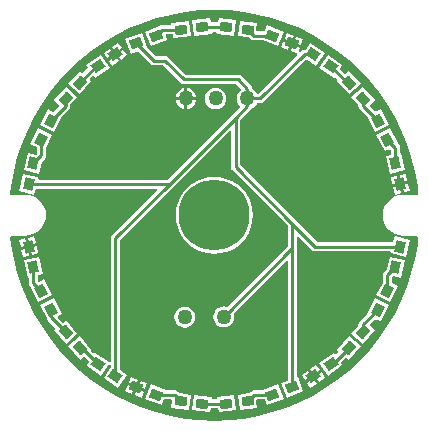
<source format=gtl>
G04*
G04 #@! TF.GenerationSoftware,Altium Limited,Altium Designer,19.0.12 (326)*
G04*
G04 Layer_Physical_Order=1*
G04 Layer_Color=255*
%FSLAX25Y25*%
%MOIN*%
G70*
G01*
G75*
%ADD11C,0.01000*%
G04:AMPARAMS|DCode=26|XSize=39.37mil|YSize=31.5mil|CornerRadius=0mil|HoleSize=0mil|Usage=FLASHONLY|Rotation=173.000|XOffset=0mil|YOffset=0mil|HoleType=Round|Shape=Rectangle|*
%AMROTATEDRECTD26*
4,1,4,0.02146,0.01323,0.01762,-0.01803,-0.02146,-0.01323,-0.01762,0.01803,0.02146,0.01323,0.0*
%
%ADD26ROTATEDRECTD26*%

G04:AMPARAMS|DCode=27|XSize=39.37mil|YSize=31.5mil|CornerRadius=0mil|HoleSize=0mil|Usage=FLASHONLY|Rotation=187.000|XOffset=0mil|YOffset=0mil|HoleType=Round|Shape=Rectangle|*
%AMROTATEDRECTD27*
4,1,4,0.01762,0.01803,0.02146,-0.01323,-0.01762,-0.01803,-0.02146,0.01323,0.01762,0.01803,0.0*
%
%ADD27ROTATEDRECTD27*%

G04:AMPARAMS|DCode=28|XSize=39.37mil|YSize=31.5mil|CornerRadius=0mil|HoleSize=0mil|Usage=FLASHONLY|Rotation=201.000|XOffset=0mil|YOffset=0mil|HoleType=Round|Shape=Rectangle|*
%AMROTATEDRECTD28*
4,1,4,0.01273,0.02176,0.02402,-0.00765,-0.01273,-0.02176,-0.02402,0.00765,0.01273,0.02176,0.0*
%
%ADD28ROTATEDRECTD28*%

G04:AMPARAMS|DCode=29|XSize=39.37mil|YSize=31.5mil|CornerRadius=0mil|HoleSize=0mil|Usage=FLASHONLY|Rotation=159.000|XOffset=0mil|YOffset=0mil|HoleType=Round|Shape=Rectangle|*
%AMROTATEDRECTD29*
4,1,4,0.02402,0.00765,0.01273,-0.02176,-0.02402,-0.00765,-0.01273,0.02176,0.02402,0.00765,0.0*
%
%ADD29ROTATEDRECTD29*%

G04:AMPARAMS|DCode=30|XSize=39.37mil|YSize=31.5mil|CornerRadius=0mil|HoleSize=0mil|Usage=FLASHONLY|Rotation=145.000|XOffset=0mil|YOffset=0mil|HoleType=Round|Shape=Rectangle|*
%AMROTATEDRECTD30*
4,1,4,0.02516,0.00161,0.00709,-0.02419,-0.02516,-0.00161,-0.00709,0.02419,0.02516,0.00161,0.0*
%
%ADD30ROTATEDRECTD30*%

G04:AMPARAMS|DCode=31|XSize=39.37mil|YSize=31.5mil|CornerRadius=0mil|HoleSize=0mil|Usage=FLASHONLY|Rotation=131.000|XOffset=0mil|YOffset=0mil|HoleType=Round|Shape=Rectangle|*
%AMROTATEDRECTD31*
4,1,4,0.02480,-0.00453,0.00103,-0.02519,-0.02480,0.00453,-0.00103,0.02519,0.02480,-0.00453,0.0*
%
%ADD31ROTATEDRECTD31*%

G04:AMPARAMS|DCode=32|XSize=39.37mil|YSize=31.5mil|CornerRadius=0mil|HoleSize=0mil|Usage=FLASHONLY|Rotation=117.000|XOffset=0mil|YOffset=0mil|HoleType=Round|Shape=Rectangle|*
%AMROTATEDRECTD32*
4,1,4,0.02297,-0.01039,-0.00510,-0.02469,-0.02297,0.01039,0.00510,0.02469,0.02297,-0.01039,0.0*
%
%ADD32ROTATEDRECTD32*%

G04:AMPARAMS|DCode=33|XSize=39.37mil|YSize=31.5mil|CornerRadius=0mil|HoleSize=0mil|Usage=FLASHONLY|Rotation=103.000|XOffset=0mil|YOffset=0mil|HoleType=Round|Shape=Rectangle|*
%AMROTATEDRECTD33*
4,1,4,0.01977,-0.01564,-0.01092,-0.02272,-0.01977,0.01564,0.01092,0.02272,0.01977,-0.01564,0.0*
%
%ADD33ROTATEDRECTD33*%

G04:AMPARAMS|DCode=34|XSize=39.37mil|YSize=31.5mil|CornerRadius=0mil|HoleSize=0mil|Usage=FLASHONLY|Rotation=77.000|XOffset=0mil|YOffset=0mil|HoleType=Round|Shape=Rectangle|*
%AMROTATEDRECTD34*
4,1,4,0.01092,-0.02272,-0.01977,-0.01564,-0.01092,0.02272,0.01977,0.01564,0.01092,-0.02272,0.0*
%
%ADD34ROTATEDRECTD34*%

G04:AMPARAMS|DCode=35|XSize=39.37mil|YSize=31.5mil|CornerRadius=0mil|HoleSize=0mil|Usage=FLASHONLY|Rotation=63.000|XOffset=0mil|YOffset=0mil|HoleType=Round|Shape=Rectangle|*
%AMROTATEDRECTD35*
4,1,4,0.00510,-0.02469,-0.02297,-0.01039,-0.00510,0.02469,0.02297,0.01039,0.00510,-0.02469,0.0*
%
%ADD35ROTATEDRECTD35*%

G04:AMPARAMS|DCode=36|XSize=39.37mil|YSize=31.5mil|CornerRadius=0mil|HoleSize=0mil|Usage=FLASHONLY|Rotation=49.000|XOffset=0mil|YOffset=0mil|HoleType=Round|Shape=Rectangle|*
%AMROTATEDRECTD36*
4,1,4,-0.00103,-0.02519,-0.02480,-0.00453,0.00103,0.02519,0.02480,0.00453,-0.00103,-0.02519,0.0*
%
%ADD36ROTATEDRECTD36*%

G04:AMPARAMS|DCode=37|XSize=39.37mil|YSize=31.5mil|CornerRadius=0mil|HoleSize=0mil|Usage=FLASHONLY|Rotation=35.000|XOffset=0mil|YOffset=0mil|HoleType=Round|Shape=Rectangle|*
%AMROTATEDRECTD37*
4,1,4,-0.00709,-0.02419,-0.02516,0.00161,0.00709,0.02419,0.02516,-0.00161,-0.00709,-0.02419,0.0*
%
%ADD37ROTATEDRECTD37*%

%ADD38C,0.05000*%
%ADD39C,0.23622*%
G36*
X201735Y265145D02*
X206594Y264622D01*
X211404Y263754D01*
X216140Y262546D01*
X220778Y261002D01*
X225293Y259132D01*
X229664Y256944D01*
X233867Y254450D01*
X237882Y251662D01*
X241688Y248595D01*
X245265Y245265D01*
X248595Y241688D01*
X251662Y237882D01*
X254450Y233867D01*
X256944Y229664D01*
X259132Y225293D01*
X261002Y220778D01*
X262546Y216140D01*
X263754Y211404D01*
X264622Y206594D01*
X264894Y204067D01*
X264560Y203696D01*
X259850D01*
Y203708D01*
X258512Y203577D01*
X257226Y203186D01*
X256040Y202553D01*
X255001Y201700D01*
X254148Y200660D01*
X253514Y199475D01*
X253124Y198188D01*
X252992Y196850D01*
X253124Y195512D01*
X253514Y194226D01*
X254148Y193040D01*
X255001Y192001D01*
X256040Y191148D01*
X257226Y190514D01*
X258512Y190124D01*
X259850Y189992D01*
Y190005D01*
X264560D01*
X264894Y189633D01*
X264622Y187106D01*
X263754Y182296D01*
X262546Y177560D01*
X261002Y172923D01*
X259132Y168407D01*
X256944Y164037D01*
X254450Y159833D01*
X251662Y155819D01*
X248595Y152013D01*
X245265Y148436D01*
X241688Y145105D01*
X237882Y142038D01*
X233867Y139251D01*
X229664Y136757D01*
X225293Y134569D01*
X220778Y132699D01*
X216140Y131155D01*
X211404Y129946D01*
X206594Y129079D01*
X201735Y128556D01*
X196850Y128382D01*
X191966Y128556D01*
X187106Y129079D01*
X182296Y129946D01*
X177560Y131155D01*
X172923Y132699D01*
X168407Y134569D01*
X164037Y136757D01*
X159833Y139251D01*
X155819Y142038D01*
X152013Y145105D01*
X148436Y148436D01*
X145105Y152013D01*
X142038Y155819D01*
X139251Y159833D01*
X136757Y164037D01*
X134569Y168407D01*
X132699Y172923D01*
X131155Y177560D01*
X129946Y182296D01*
X129079Y187106D01*
X128807Y189633D01*
X129141Y190005D01*
X133850D01*
Y189992D01*
X135188Y190124D01*
X136475Y190514D01*
X137661Y191148D01*
X138700Y192001D01*
X139553Y193040D01*
X140186Y194226D01*
X140577Y195512D01*
X140708Y196850D01*
X140577Y198188D01*
X140186Y199475D01*
X139553Y200660D01*
X138700Y201700D01*
X137661Y202553D01*
X136475Y203186D01*
X135188Y203577D01*
X133850Y203708D01*
Y203696D01*
X129141D01*
X128807Y204067D01*
X129079Y206594D01*
X129946Y211404D01*
X131155Y216140D01*
X132699Y220778D01*
X134569Y225293D01*
X136757Y229664D01*
X139251Y233867D01*
X142038Y237882D01*
X145105Y241688D01*
X148436Y245265D01*
X152013Y248595D01*
X155819Y251662D01*
X159833Y254450D01*
X164037Y256944D01*
X168407Y259132D01*
X172923Y261002D01*
X177560Y262546D01*
X182296Y263754D01*
X187106Y264622D01*
X191966Y265145D01*
X196850Y265319D01*
X201735Y265145D01*
D02*
G37*
%LPC*%
G36*
X198260Y262562D02*
X198090Y261174D01*
X195611D01*
X195441Y262562D01*
X189548Y261838D01*
X190176Y256727D01*
X196068Y257451D01*
X196033Y257740D01*
X196364Y258115D01*
X197337D01*
X197668Y257740D01*
X197632Y257451D01*
X203525Y256727D01*
X204153Y261838D01*
X198260Y262562D01*
D02*
G37*
G36*
X188407Y261698D02*
X182514Y260975D01*
X182550Y260685D01*
X182219Y260310D01*
X179559D01*
X178974Y260194D01*
X178478Y259862D01*
X178447Y259832D01*
X173787Y258043D01*
X175633Y253235D01*
X181175Y255363D01*
X180608Y256839D01*
X180892Y257251D01*
X182971D01*
X183142Y255863D01*
X189035Y256587D01*
X188407Y261698D01*
D02*
G37*
G36*
X220987Y257631D02*
X220243Y255694D01*
X222548Y254809D01*
X223291Y256746D01*
X220987Y257631D01*
D02*
G37*
G36*
X224225Y256388D02*
X223481Y254451D01*
X225786Y253566D01*
X226530Y255503D01*
X224225Y256388D01*
D02*
G37*
G36*
X205294Y261698D02*
X204666Y256587D01*
X208418Y256126D01*
X208923Y255621D01*
X209419Y255290D01*
X210004Y255173D01*
X213019D01*
X218068Y253235D01*
X219914Y258043D01*
X214371Y260171D01*
X213627Y258232D01*
X211227D01*
X210896Y258607D01*
X211187Y260975D01*
X205294Y261698D01*
D02*
G37*
G36*
X219885Y254760D02*
X219142Y252823D01*
X221446Y251939D01*
X222189Y253876D01*
X219885Y254760D01*
D02*
G37*
G36*
X164802Y254348D02*
X162780Y252932D01*
X163970Y251233D01*
X165992Y252648D01*
X164802Y254348D01*
D02*
G37*
G36*
X161961Y252359D02*
X159939Y250943D01*
X161129Y249243D01*
X163151Y250659D01*
X161961Y252359D01*
D02*
G37*
G36*
X166566Y251829D02*
X164544Y250413D01*
X165734Y248714D01*
X167756Y250130D01*
X166566Y251829D01*
D02*
G37*
G36*
X172714Y257631D02*
X167171Y255503D01*
X169017Y250696D01*
X171295Y251570D01*
X175522Y247344D01*
X176018Y247012D01*
X176603Y246896D01*
X179849D01*
X185700Y241044D01*
X186196Y240713D01*
X186782Y240597D01*
X204225D01*
X205744Y239078D01*
X205711Y238579D01*
X205378Y238323D01*
X204817Y237592D01*
X204464Y236740D01*
X204344Y235827D01*
X204464Y234913D01*
X204817Y234062D01*
X205378Y233330D01*
X205408Y232873D01*
X202855Y230320D01*
X181321Y208786D01*
X138348D01*
X138037Y209177D01*
X138128Y209569D01*
X133110Y210728D01*
X131774Y204943D01*
X136792Y203784D01*
X137240Y205727D01*
X177609D01*
X177800Y205265D01*
X162766Y190231D01*
X162434Y189735D01*
X162318Y189149D01*
Y148297D01*
X162165Y147861D01*
X162165Y147861D01*
Y147861D01*
X161818Y147729D01*
X161620Y147868D01*
X157088Y151041D01*
X157025Y150951D01*
X156527Y150908D01*
X155807Y151628D01*
X155822Y152050D01*
Y152050D01*
X151927Y156531D01*
X148040Y153153D01*
X151935Y148672D01*
X153273Y149835D01*
X155020Y148089D01*
X154134Y146823D01*
X158997Y143417D01*
X161695Y147270D01*
X161818Y147446D01*
X162180Y147332D01*
Y147332D01*
X162180Y147332D01*
X162318Y146887D01*
Y146156D01*
X159939Y142758D01*
X164802Y139353D01*
X167756Y143571D01*
X165377Y145237D01*
Y188516D01*
X183036Y206175D01*
X201945Y225084D01*
X202407Y224893D01*
Y212993D01*
X202524Y212407D01*
X202855Y211911D01*
X221306Y193460D01*
Y186461D01*
X201149Y166304D01*
X200914Y166402D01*
X200000Y166522D01*
X199086Y166402D01*
X198235Y166049D01*
X197504Y165488D01*
X196943Y164757D01*
X196590Y163906D01*
X196470Y162992D01*
X196590Y162078D01*
X196943Y161227D01*
X197504Y160496D01*
X198235Y159935D01*
X199086Y159582D01*
X200000Y159462D01*
X200914Y159582D01*
X201765Y159935D01*
X202496Y160496D01*
X203057Y161227D01*
X203410Y162078D01*
X203530Y162992D01*
X203410Y163906D01*
X203312Y164141D01*
X220844Y181674D01*
X221306Y181482D01*
Y141708D01*
X219142Y140877D01*
X220987Y136070D01*
X226530Y138198D01*
X224684Y143005D01*
X224684D01*
X224365Y143225D01*
Y185828D01*
Y189748D01*
X224827Y189939D01*
X229403Y185363D01*
X229899Y185032D01*
X230485Y184915D01*
X255353D01*
X255664Y184524D01*
X255573Y184131D01*
X260591Y182973D01*
X261926Y188758D01*
X256909Y189916D01*
X256460Y187974D01*
X231118D01*
X223917Y195175D01*
X205466Y213626D01*
Y228605D01*
X208956Y232095D01*
X209287Y232591D01*
X209294Y232627D01*
X209639Y232769D01*
X210370Y233330D01*
X210931Y234062D01*
X211029Y234297D01*
X212205D01*
X212790Y234414D01*
X213286Y234745D01*
X227548Y249007D01*
X227549D01*
X230808Y246725D01*
X233762Y250943D01*
X228899Y254348D01*
X227300Y252066D01*
X226914D01*
X226329Y251949D01*
X225833Y251618D01*
X225412Y251197D01*
X224984Y251476D01*
X225428Y252633D01*
X223123Y253517D01*
X222380Y251580D01*
X224337Y250829D01*
X224461Y250246D01*
X211571Y237356D01*
X211029D01*
X210931Y237592D01*
X210370Y238323D01*
X209639Y238884D01*
X209403Y238982D01*
Y239110D01*
X209287Y239696D01*
X208956Y240192D01*
X205940Y243207D01*
X205444Y243539D01*
X204858Y243655D01*
X187415D01*
X181564Y249507D01*
X181068Y249838D01*
X180482Y249955D01*
X177237D01*
X174526Y252666D01*
X174559Y252823D01*
X174559Y252823D01*
X172714Y257631D01*
D02*
G37*
G36*
X163725Y249840D02*
X161703Y248424D01*
X162893Y246725D01*
X164915Y248140D01*
X163725Y249840D01*
D02*
G37*
G36*
X158997Y250283D02*
X154134Y246878D01*
X154716Y246047D01*
X152878Y244209D01*
X151935Y245029D01*
X148040Y240548D01*
X151927Y237170D01*
X155822Y241651D01*
X155469Y241957D01*
X155451Y242457D01*
X156222Y243228D01*
X156720Y243184D01*
X157088Y242660D01*
X161951Y246065D01*
X158997Y250283D01*
D02*
G37*
G36*
X234704Y250283D02*
X231750Y246065D01*
X236613Y242660D01*
X236676Y242749D01*
X237174Y242793D01*
X237894Y242073D01*
X237879Y241651D01*
Y241651D01*
X241774Y237170D01*
X245661Y240548D01*
X241766Y245029D01*
X240427Y243866D01*
X238681Y245612D01*
X239567Y246878D01*
X234704Y250283D01*
D02*
G37*
G36*
X187902Y239291D02*
Y236327D01*
X190866D01*
X190812Y236740D01*
X190459Y237592D01*
X189898Y238323D01*
X189167Y238884D01*
X188315Y239237D01*
X187902Y239291D01*
D02*
G37*
G36*
X186902D02*
X186488Y239237D01*
X185636Y238884D01*
X184905Y238323D01*
X184344Y237592D01*
X183992Y236740D01*
X183937Y236327D01*
X186902D01*
Y239291D01*
D02*
G37*
G36*
X190866Y235327D02*
X187902D01*
Y232362D01*
X188315Y232417D01*
X189167Y232769D01*
X189898Y233330D01*
X190459Y234062D01*
X190812Y234913D01*
X190866Y235327D01*
D02*
G37*
G36*
X186902D02*
X183937D01*
X183992Y234913D01*
X184344Y234062D01*
X184905Y233330D01*
X185636Y232769D01*
X186488Y232417D01*
X186902Y232362D01*
Y235327D01*
D02*
G37*
G36*
X197244Y239357D02*
X196330Y239237D01*
X195479Y238884D01*
X194748Y238323D01*
X194187Y237592D01*
X193834Y236740D01*
X193714Y235827D01*
X193834Y234913D01*
X194187Y234062D01*
X194748Y233330D01*
X195479Y232769D01*
X196330Y232417D01*
X197244Y232297D01*
X198158Y232417D01*
X199009Y232769D01*
X199740Y233330D01*
X200301Y234062D01*
X200654Y234913D01*
X200774Y235827D01*
X200654Y236740D01*
X200301Y237592D01*
X199740Y238323D01*
X199009Y238884D01*
X198158Y239237D01*
X197244Y239357D01*
D02*
G37*
G36*
X147286Y239681D02*
X143391Y235200D01*
X145087Y233725D01*
X145105Y233226D01*
X143170Y231291D01*
X141449Y232168D01*
X138754Y226878D01*
X143342Y224540D01*
X146038Y229830D01*
X146038Y229830D01*
X146037Y229833D01*
X148363Y232158D01*
X148695Y232654D01*
X148811Y233240D01*
Y233586D01*
X151172Y236302D01*
X147286Y239681D01*
D02*
G37*
G36*
X246415Y239681D02*
X242528Y236302D01*
X244890Y233586D01*
Y233240D01*
X245006Y232654D01*
X245338Y232158D01*
X247663Y229833D01*
X247663Y229830D01*
X247663Y229830D01*
X250358Y224540D01*
X254947Y226878D01*
X252251Y232168D01*
X250531Y231291D01*
X248596Y233226D01*
X248614Y233725D01*
X250310Y235200D01*
X246415Y239681D01*
D02*
G37*
G36*
X138232Y225854D02*
X135537Y220564D01*
X137649Y219487D01*
Y217428D01*
X137263Y217042D01*
X134704Y217633D01*
X133369Y211848D01*
X138386Y210689D01*
X139332Y214785D01*
X140260Y215713D01*
X140592Y216210D01*
X140708Y216795D01*
Y219370D01*
X142821Y223516D01*
X138232Y225854D01*
D02*
G37*
G36*
X255469Y225854D02*
X250880Y223516D01*
X253575Y218226D01*
X255296Y219103D01*
X255626Y218773D01*
Y216855D01*
X253979Y216474D01*
X255315Y210689D01*
X260332Y211848D01*
X258997Y217633D01*
X258997D01*
X258685Y217881D01*
Y219406D01*
X258569Y219991D01*
X258237Y220487D01*
X258172Y220553D01*
X257954Y220976D01*
X255469Y225854D01*
D02*
G37*
G36*
X260591Y210728D02*
X258569Y210261D01*
X259124Y207856D01*
X261146Y208323D01*
X260591Y210728D01*
D02*
G37*
G36*
X257595Y210036D02*
X255573Y209569D01*
X256129Y207164D01*
X258150Y207631D01*
X257595Y210036D01*
D02*
G37*
G36*
X261371Y207348D02*
X259349Y206881D01*
X259905Y204476D01*
X261926Y204943D01*
X261371Y207348D01*
D02*
G37*
G36*
X258375Y206657D02*
X256353Y206190D01*
X256909Y203784D01*
X258930Y204251D01*
X258375Y206657D01*
D02*
G37*
G36*
X136792Y189916D02*
X134770Y189450D01*
X135326Y187044D01*
X137347Y187511D01*
X136792Y189916D01*
D02*
G37*
G36*
X133796Y189225D02*
X131774Y188758D01*
X132330Y186353D01*
X134351Y186819D01*
X133796Y189225D01*
D02*
G37*
G36*
X196850Y209701D02*
X194840Y209543D01*
X192879Y209072D01*
X191016Y208300D01*
X189297Y207247D01*
X187764Y205937D01*
X186454Y204404D01*
X185400Y202684D01*
X184629Y200821D01*
X184158Y198861D01*
X184000Y196850D01*
X184158Y194840D01*
X184629Y192879D01*
X185400Y191016D01*
X186454Y189297D01*
X187764Y187764D01*
X189297Y186454D01*
X191016Y185400D01*
X192879Y184629D01*
X194840Y184158D01*
X196850Y184000D01*
X198861Y184158D01*
X200821Y184629D01*
X202684Y185400D01*
X204404Y186454D01*
X205937Y187764D01*
X207247Y189297D01*
X208300Y191016D01*
X209072Y192879D01*
X209543Y194840D01*
X209701Y196850D01*
X209543Y198861D01*
X209072Y200821D01*
X208300Y202684D01*
X207247Y204404D01*
X205937Y205937D01*
X204404Y207247D01*
X202684Y208300D01*
X200821Y209072D01*
X198861Y209543D01*
X196850Y209701D01*
D02*
G37*
G36*
X137572Y186537D02*
X135551Y186070D01*
X136106Y183665D01*
X138128Y184131D01*
X137572Y186537D01*
D02*
G37*
G36*
X134576Y185845D02*
X132555Y185378D01*
X133110Y182973D01*
X135132Y183440D01*
X134576Y185845D01*
D02*
G37*
G36*
X255315Y183011D02*
X254369Y178916D01*
X253441Y177987D01*
X253109Y177491D01*
X252993Y176906D01*
Y174331D01*
X250880Y170185D01*
X255469Y167847D01*
X258164Y173137D01*
X256051Y174213D01*
Y176272D01*
X256438Y176659D01*
X258997Y176068D01*
X260332Y181853D01*
X255315Y183011D01*
D02*
G37*
G36*
X138386Y183011D02*
X133369Y181853D01*
X134704Y176068D01*
X134704D01*
X135016Y175820D01*
Y174295D01*
X135132Y173709D01*
X135464Y173213D01*
X135529Y173148D01*
X135747Y172725D01*
X138232Y167847D01*
X142821Y170185D01*
X140125Y175475D01*
X138405Y174598D01*
X138075Y174928D01*
Y176846D01*
X139722Y177226D01*
X138386Y183011D01*
D02*
G37*
G36*
X250358Y169161D02*
X247663Y163871D01*
X247663Y163871D01*
X247663Y163868D01*
X245338Y161543D01*
X245006Y161046D01*
X244890Y160461D01*
Y160115D01*
X242528Y157399D01*
X246415Y154020D01*
X250310Y158501D01*
X248614Y159976D01*
X248596Y160475D01*
X250531Y162410D01*
X252251Y161533D01*
X254947Y166823D01*
X250358Y169161D01*
D02*
G37*
G36*
X187008Y166442D02*
X186094Y166321D01*
X185243Y165969D01*
X184512Y165408D01*
X183951Y164676D01*
X183598Y163825D01*
X183478Y162911D01*
X183598Y161998D01*
X183951Y161146D01*
X184512Y160415D01*
X185243Y159854D01*
X186094Y159501D01*
X187008Y159381D01*
X187922Y159501D01*
X188773Y159854D01*
X189504Y160415D01*
X190065Y161146D01*
X190418Y161998D01*
X190538Y162911D01*
X190418Y163825D01*
X190065Y164676D01*
X189504Y165408D01*
X188773Y165969D01*
X187922Y166321D01*
X187008Y166442D01*
D02*
G37*
G36*
X143342Y169161D02*
X138754Y166823D01*
X140918Y162575D01*
X140983Y162250D01*
X141315Y161754D01*
X141360Y161708D01*
X141449Y161533D01*
X141507Y161562D01*
X143761Y159307D01*
X143744Y158808D01*
X143391Y158501D01*
X147286Y154020D01*
X151172Y157399D01*
X147277Y161879D01*
X146335Y161060D01*
X144673Y162721D01*
X144751Y163215D01*
X146038Y163871D01*
X143342Y169161D01*
D02*
G37*
G36*
X241774Y156531D02*
X237879Y152050D01*
X238232Y151744D01*
X238249Y151244D01*
X237478Y150473D01*
X236981Y150517D01*
X236613Y151041D01*
X231750Y147636D01*
X234704Y143417D01*
X239567Y146823D01*
X238985Y147654D01*
X240823Y149491D01*
X241766Y148672D01*
X245661Y153153D01*
X241774Y156531D01*
D02*
G37*
G36*
X230808Y146976D02*
X228786Y145560D01*
X229976Y143861D01*
X231998Y145277D01*
X230808Y146976D01*
D02*
G37*
G36*
X227967Y144987D02*
X225945Y143571D01*
X227135Y141871D01*
X229157Y143287D01*
X227967Y144987D01*
D02*
G37*
G36*
X232572Y144458D02*
X230550Y143042D01*
X231740Y141342D01*
X233762Y142758D01*
X232572Y144458D01*
D02*
G37*
G36*
X169017Y143005D02*
X168273Y141068D01*
X170578Y140183D01*
X171321Y142121D01*
X169017Y143005D01*
D02*
G37*
G36*
X229731Y142468D02*
X227709Y141052D01*
X228899Y139353D01*
X230921Y140769D01*
X229731Y142468D01*
D02*
G37*
G36*
X172255Y141762D02*
X171511Y139825D01*
X173816Y138941D01*
X174559Y140877D01*
X172255Y141762D01*
D02*
G37*
G36*
X167915Y140135D02*
X167171Y138198D01*
X169476Y137313D01*
X170219Y139250D01*
X167915Y140135D01*
D02*
G37*
G36*
X171153Y138892D02*
X170409Y136955D01*
X172714Y136070D01*
X173457Y138007D01*
X171153Y138892D01*
D02*
G37*
G36*
X218068Y140465D02*
X213019Y138527D01*
X210004D01*
X209419Y138411D01*
X208923Y138079D01*
X208418Y137575D01*
X204666Y137114D01*
X205294Y132003D01*
X211187Y132726D01*
X210896Y135094D01*
X211227Y135468D01*
X213627D01*
X214371Y133530D01*
X219914Y135658D01*
X218068Y140465D01*
D02*
G37*
G36*
X175633D02*
X173787Y135658D01*
X179330Y133530D01*
X180074Y135468D01*
X182474D01*
X182805Y135094D01*
X182514Y132726D01*
X188407Y132003D01*
X189035Y137114D01*
X185283Y137575D01*
X184778Y138079D01*
X184282Y138411D01*
X183696Y138527D01*
X180682D01*
X175633Y140465D01*
D02*
G37*
G36*
X190176Y136974D02*
X189548Y131862D01*
X195441Y131139D01*
X195611Y132527D01*
X198090D01*
X198260Y131139D01*
X204153Y131862D01*
X203525Y136974D01*
X197632Y136250D01*
X197668Y135960D01*
X197337Y135586D01*
X196364D01*
X196033Y135960D01*
X196068Y136250D01*
X190176Y136974D01*
D02*
G37*
%LPD*%
D11*
X222835Y139538D02*
Y185828D01*
Y194094D01*
X200000Y162992D02*
X222835Y185828D01*
X204858Y242126D02*
X207874Y239110D01*
X186782Y242126D02*
X204858D01*
X180482Y248425D02*
X186782Y242126D01*
X207874Y235827D02*
Y239110D01*
X163847Y143165D02*
Y189149D01*
X181954Y207256D01*
X203937Y229239D01*
X176603Y248425D02*
X180482D01*
X170865Y254163D02*
X176603Y248425D01*
X134951Y207256D02*
X181954D01*
X203937Y212993D02*
Y229239D01*
Y212993D02*
X222835Y194094D01*
X230485Y186445D02*
X258750D01*
X222835Y194094D02*
X230485Y186445D01*
X203937Y229239D02*
X207874Y233176D01*
Y235827D01*
X212205D01*
X226914Y250536D01*
X229853D01*
X136545Y214161D02*
X139179Y216795D01*
Y222040D01*
X142396Y228354D02*
X147282Y233240D01*
Y235751D01*
X151931Y241099D02*
X157303Y246472D01*
X158042D01*
X177481Y256703D02*
X179559Y258781D01*
X185774D01*
X192808Y259644D02*
X200893D01*
X207926Y258781D02*
X210004Y256703D01*
X216220D01*
X235658Y246472D02*
X241031Y241099D01*
X241770D01*
X246419Y233240D02*
Y235751D01*
Y233240D02*
X251305Y228354D01*
X254522Y222040D02*
X257156Y219406D01*
Y214161D02*
Y219406D01*
X254522Y176906D02*
X257156Y179540D01*
X254522Y171661D02*
Y176906D01*
X246419Y160461D02*
X251305Y165347D01*
X246419Y157950D02*
Y160461D01*
X236398Y147229D02*
X241770Y152601D01*
X235658Y147229D02*
X236398D01*
X210004Y136998D02*
X216220D01*
X207926Y134920D02*
X210004Y136998D01*
X200892Y134056D02*
X200893Y134056D01*
X192808Y134056D02*
X200892D01*
X183696Y136998D02*
X185774Y134920D01*
X177481Y136998D02*
X183696D01*
X152670Y152601D02*
X158042Y147229D01*
X151931Y152601D02*
X152670D01*
X142396Y162835D02*
X147282Y157950D01*
X142396Y162835D02*
Y165347D01*
X136545Y174295D02*
X139179Y171661D01*
X136545Y174295D02*
Y179540D01*
D26*
X207926Y258781D02*
D03*
X200893Y259644D02*
D03*
X185774Y134920D02*
D03*
X192808Y134056D02*
D03*
D27*
Y259644D02*
D03*
X185774Y258781D02*
D03*
X200893Y134056D02*
D03*
X207926Y134920D02*
D03*
D28*
X177481Y256703D02*
D03*
X170865Y254163D02*
D03*
X216220Y136998D02*
D03*
X222835Y139538D02*
D03*
D29*
Y254163D02*
D03*
X216220Y256703D02*
D03*
X170865Y139538D02*
D03*
X177481Y136998D02*
D03*
D30*
X235658Y246472D02*
D03*
X229853Y250536D02*
D03*
X158042Y147229D02*
D03*
X163847Y143165D02*
D03*
D31*
X246419Y235751D02*
D03*
X241770Y241099D02*
D03*
X147282Y157950D02*
D03*
X151931Y152601D02*
D03*
D32*
X254522Y222040D02*
D03*
X251305Y228354D02*
D03*
X139179Y171661D02*
D03*
X142396Y165347D02*
D03*
D33*
X258750Y207256D02*
D03*
X257156Y214161D02*
D03*
X134951Y186445D02*
D03*
X136545Y179540D02*
D03*
D34*
X257156Y179540D02*
D03*
X258750Y186445D02*
D03*
X136545Y214161D02*
D03*
X134951Y207256D02*
D03*
D35*
X251305Y165347D02*
D03*
X254522Y171661D02*
D03*
X142396Y228354D02*
D03*
X139179Y222040D02*
D03*
D36*
X241770Y152601D02*
D03*
X246419Y157950D02*
D03*
X151931Y241099D02*
D03*
X147282Y235751D02*
D03*
D37*
X229853Y143165D02*
D03*
X235658Y147229D02*
D03*
X163847Y250536D02*
D03*
X158042Y246472D02*
D03*
D38*
X187008Y162911D02*
D03*
X207874Y235827D02*
D03*
X200000Y162992D02*
D03*
X187402Y235827D02*
D03*
X197244D02*
D03*
D39*
X196850Y196850D02*
D03*
M02*

</source>
